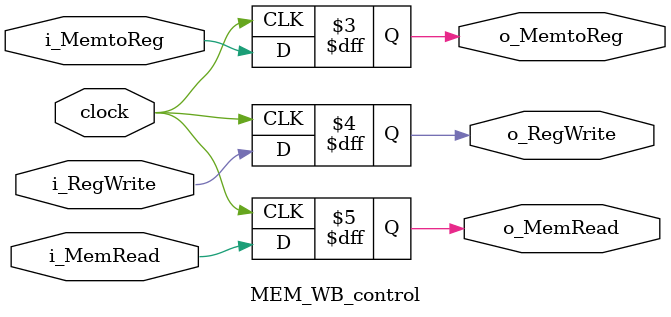
<source format=v>
`timescale 1ns / 1ps

module MEM_WB(
    input clock,
    input [63:0] MemoryDataIn,
    input [63:0] AluResultIn,
    input [4:0] RegisterRd,
    output reg [63:0] MemoryDataOut,
    output reg [63:0] AluResultOut,
    output reg [4:0] Rd
);

initial
begin
    MemoryDataOut <= 0;
    AluResultOut <= 0;
    Rd <= 0;
end

always @(posedge clock)
begin
    MemoryDataOut = MemoryDataIn;
    AluResultOut = AluResultIn;
    Rd = RegisterRd;
end

endmodule


module MEM_WB_control(
    input clock,
    input i_MemtoReg,
    input i_RegWrite,
    input i_MemRead,
    output reg o_MemtoReg,
    output reg o_RegWrite,
    output reg o_MemRead
);

initial
begin
    o_MemtoReg <= 0;
    o_RegWrite <= 0;
    o_MemRead <= 0;
end

always @(posedge clock)
begin
    o_MemtoReg <= i_MemtoReg;
    o_RegWrite <= i_RegWrite;
    o_MemRead <= i_MemRead;
    
    // $display("MEM_WB_RegWrite: 0x%H", o_RegWrite);
    // $display("MEM_WB_MemRead: 0x%H", o_MemRead);
end

endmodule

</source>
